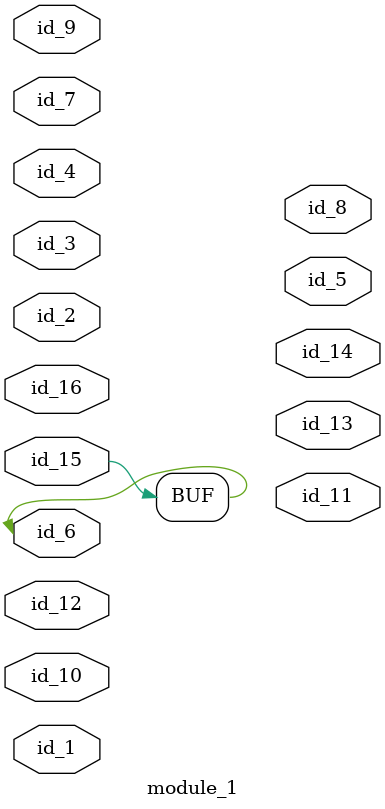
<source format=v>
module module_0 (
    id_1
);
  input wire id_1;
  wire id_2;
endmodule
module module_1 (
    id_1,
    id_2,
    id_3,
    id_4,
    id_5,
    id_6,
    id_7,
    id_8,
    id_9,
    id_10,
    id_11,
    id_12,
    id_13,
    id_14,
    id_15,
    id_16
);
  inout wire id_16;
  inout wire id_15;
  output wire id_14;
  output wire id_13;
  input wire id_12;
  output wire id_11;
  inout wire id_10;
  input wire id_9;
  output wire id_8;
  input wire id_7;
  inout wire id_6;
  output wire id_5;
  input wire id_4;
  inout wire id_3;
  input wire id_2;
  input wire id_1;
  assign id_6 = id_15;
  module_0 modCall_1 (id_6);
endmodule

</source>
